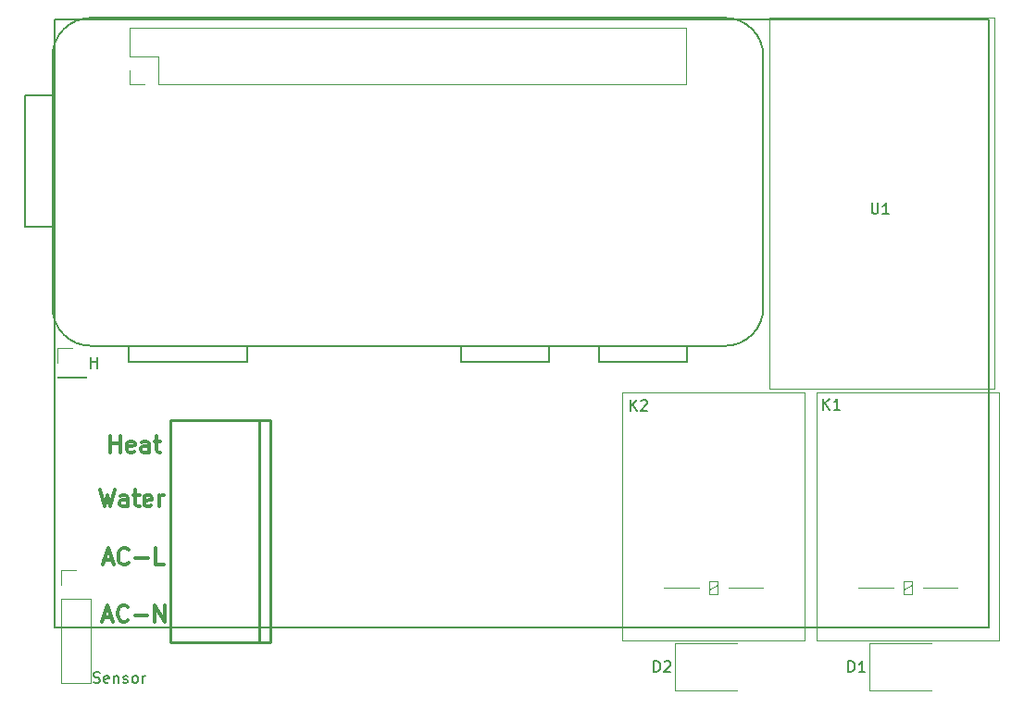
<source format=gbr>
G04 #@! TF.FileFunction,Legend,Top*
%FSLAX46Y46*%
G04 Gerber Fmt 4.6, Leading zero omitted, Abs format (unit mm)*
G04 Created by KiCad (PCBNEW 4.0.7) date Sunday 11 February 2018 15:39:25*
%MOMM*%
%LPD*%
G01*
G04 APERTURE LIST*
%ADD10C,0.100000*%
%ADD11C,0.300000*%
%ADD12C,0.150000*%
%ADD13C,0.120000*%
%ADD14C,0.254000*%
G04 APERTURE END LIST*
D10*
D11*
X170279571Y-149094000D02*
X170993857Y-149094000D01*
X170136714Y-149522571D02*
X170636714Y-148022571D01*
X171136714Y-149522571D01*
X172493857Y-149379714D02*
X172422428Y-149451143D01*
X172208142Y-149522571D01*
X172065285Y-149522571D01*
X171851000Y-149451143D01*
X171708142Y-149308286D01*
X171636714Y-149165429D01*
X171565285Y-148879714D01*
X171565285Y-148665429D01*
X171636714Y-148379714D01*
X171708142Y-148236857D01*
X171851000Y-148094000D01*
X172065285Y-148022571D01*
X172208142Y-148022571D01*
X172422428Y-148094000D01*
X172493857Y-148165429D01*
X173136714Y-148951143D02*
X174279571Y-148951143D01*
X174993857Y-149522571D02*
X174993857Y-148022571D01*
X175851000Y-149522571D01*
X175851000Y-148022571D01*
X170331143Y-143887000D02*
X171045429Y-143887000D01*
X170188286Y-144315571D02*
X170688286Y-142815571D01*
X171188286Y-144315571D01*
X172545429Y-144172714D02*
X172474000Y-144244143D01*
X172259714Y-144315571D01*
X172116857Y-144315571D01*
X171902572Y-144244143D01*
X171759714Y-144101286D01*
X171688286Y-143958429D01*
X171616857Y-143672714D01*
X171616857Y-143458429D01*
X171688286Y-143172714D01*
X171759714Y-143029857D01*
X171902572Y-142887000D01*
X172116857Y-142815571D01*
X172259714Y-142815571D01*
X172474000Y-142887000D01*
X172545429Y-142958429D01*
X173188286Y-143744143D02*
X174331143Y-143744143D01*
X175759715Y-144315571D02*
X175045429Y-144315571D01*
X175045429Y-142815571D01*
X169989858Y-137481571D02*
X170347001Y-138981571D01*
X170632715Y-137910143D01*
X170918429Y-138981571D01*
X171275572Y-137481571D01*
X172489858Y-138981571D02*
X172489858Y-138195857D01*
X172418429Y-138053000D01*
X172275572Y-137981571D01*
X171989858Y-137981571D01*
X171847001Y-138053000D01*
X172489858Y-138910143D02*
X172347001Y-138981571D01*
X171989858Y-138981571D01*
X171847001Y-138910143D01*
X171775572Y-138767286D01*
X171775572Y-138624429D01*
X171847001Y-138481571D01*
X171989858Y-138410143D01*
X172347001Y-138410143D01*
X172489858Y-138338714D01*
X172989858Y-137981571D02*
X173561287Y-137981571D01*
X173204144Y-137481571D02*
X173204144Y-138767286D01*
X173275572Y-138910143D01*
X173418430Y-138981571D01*
X173561287Y-138981571D01*
X174632715Y-138910143D02*
X174489858Y-138981571D01*
X174204144Y-138981571D01*
X174061287Y-138910143D01*
X173989858Y-138767286D01*
X173989858Y-138195857D01*
X174061287Y-138053000D01*
X174204144Y-137981571D01*
X174489858Y-137981571D01*
X174632715Y-138053000D01*
X174704144Y-138195857D01*
X174704144Y-138338714D01*
X173989858Y-138481571D01*
X175347001Y-138981571D02*
X175347001Y-137981571D01*
X175347001Y-138267286D02*
X175418429Y-138124429D01*
X175489858Y-138053000D01*
X175632715Y-137981571D01*
X175775572Y-137981571D01*
X170922429Y-134028571D02*
X170922429Y-132528571D01*
X170922429Y-133242857D02*
X171779572Y-133242857D01*
X171779572Y-134028571D02*
X171779572Y-132528571D01*
X173065286Y-133957143D02*
X172922429Y-134028571D01*
X172636715Y-134028571D01*
X172493858Y-133957143D01*
X172422429Y-133814286D01*
X172422429Y-133242857D01*
X172493858Y-133100000D01*
X172636715Y-133028571D01*
X172922429Y-133028571D01*
X173065286Y-133100000D01*
X173136715Y-133242857D01*
X173136715Y-133385714D01*
X172422429Y-133528571D01*
X174422429Y-134028571D02*
X174422429Y-133242857D01*
X174351000Y-133100000D01*
X174208143Y-133028571D01*
X173922429Y-133028571D01*
X173779572Y-133100000D01*
X174422429Y-133957143D02*
X174279572Y-134028571D01*
X173922429Y-134028571D01*
X173779572Y-133957143D01*
X173708143Y-133814286D01*
X173708143Y-133671429D01*
X173779572Y-133528571D01*
X173922429Y-133457143D01*
X174279572Y-133457143D01*
X174422429Y-133385714D01*
X174922429Y-133028571D02*
X175493858Y-133028571D01*
X175136715Y-132528571D02*
X175136715Y-133814286D01*
X175208143Y-133957143D01*
X175351001Y-134028571D01*
X175493858Y-134028571D01*
D12*
X215620000Y-125790000D02*
X223620000Y-125790000D01*
X203020000Y-125790000D02*
X211020000Y-125790000D01*
X203020000Y-125790000D02*
X203020000Y-124290000D01*
X211020000Y-125790000D02*
X211020000Y-124290000D01*
X215620000Y-125790000D02*
X215620000Y-124290000D01*
X223620000Y-125790000D02*
X223620000Y-124290000D01*
X172620000Y-125790000D02*
X183420000Y-125790000D01*
X183420000Y-125790000D02*
X183420000Y-124290000D01*
X172620000Y-125790000D02*
X172620000Y-124290000D01*
X163120000Y-113390000D02*
X165620000Y-113390000D01*
X163120000Y-101390000D02*
X165620000Y-101390000D01*
X163120000Y-101390000D02*
X163120000Y-113390000D01*
X251210000Y-150040000D02*
X251210000Y-94440000D01*
X165790000Y-150040000D02*
X251210000Y-150040000D01*
X165790000Y-94440000D02*
X165790000Y-150040000D01*
X165790000Y-94440000D02*
X251210000Y-94440000D01*
X227120000Y-94290000D02*
G75*
G02X230620000Y-97790000I0J-3500000D01*
G01*
X230620000Y-120790000D02*
G75*
G02X227120000Y-124290000I-3500000J0D01*
G01*
X165620000Y-120790000D02*
G75*
G03X169120000Y-124290000I3500000J0D01*
G01*
X169120000Y-94290000D02*
G75*
G03X165620000Y-97790000I0J-3500000D01*
G01*
X230620000Y-120790000D02*
X230620000Y-97790000D01*
X165620000Y-97790000D02*
X165620000Y-120790000D01*
X227120000Y-124290000D02*
X169120000Y-124290000D01*
X169120000Y-94290000D02*
X227120000Y-94290000D01*
D13*
X223580000Y-100390000D02*
X223580000Y-95190000D01*
X175260000Y-100390000D02*
X223580000Y-100390000D01*
X172660000Y-95190000D02*
X223580000Y-95190000D01*
X175260000Y-100390000D02*
X175260000Y-97790000D01*
X175260000Y-97790000D02*
X172660000Y-97790000D01*
X172660000Y-97790000D02*
X172660000Y-95190000D01*
X173990000Y-100390000D02*
X172660000Y-100390000D01*
X172660000Y-100390000D02*
X172660000Y-99060000D01*
X235490000Y-128540000D02*
X235490000Y-151240000D01*
X235490000Y-151240000D02*
X252190000Y-151240000D01*
X252190000Y-151240000D02*
X252190000Y-128540000D01*
X252190000Y-128540000D02*
X235490000Y-128540000D01*
X244190000Y-146190000D02*
X243490000Y-146590000D01*
X243490000Y-145790000D02*
X243490000Y-146990000D01*
X243490000Y-146990000D02*
X244190000Y-146990000D01*
X244190000Y-146990000D02*
X244190000Y-145790000D01*
X244190000Y-145790000D02*
X243490000Y-145790000D01*
X244840000Y-151500000D02*
X242840000Y-151500000D01*
X248340000Y-146390000D02*
X245190000Y-146390000D01*
X242490000Y-146390000D02*
X239340000Y-146390000D01*
X240290000Y-151520000D02*
X240290000Y-155820000D01*
X240290000Y-155820000D02*
X245990000Y-155820000D01*
X240290000Y-151520000D02*
X245990000Y-151520000D01*
X222510000Y-151520000D02*
X222510000Y-155820000D01*
X222510000Y-155820000D02*
X228210000Y-155820000D01*
X222510000Y-151520000D02*
X228210000Y-151520000D01*
X217710000Y-128540000D02*
X217710000Y-151240000D01*
X217710000Y-151240000D02*
X234410000Y-151240000D01*
X234410000Y-151240000D02*
X234410000Y-128540000D01*
X234410000Y-128540000D02*
X217710000Y-128540000D01*
X226410000Y-146190000D02*
X225710000Y-146590000D01*
X225710000Y-145790000D02*
X225710000Y-146990000D01*
X225710000Y-146990000D02*
X226410000Y-146990000D01*
X226410000Y-146990000D02*
X226410000Y-145790000D01*
X226410000Y-145790000D02*
X225710000Y-145790000D01*
X227060000Y-151500000D02*
X225060000Y-151500000D01*
X230560000Y-146390000D02*
X227410000Y-146390000D01*
X224710000Y-146390000D02*
X221560000Y-146390000D01*
X251760000Y-94220000D02*
X251760000Y-128220000D01*
X231160000Y-128220000D02*
X251760000Y-128220000D01*
X231160000Y-94220000D02*
X231160000Y-128220000D01*
X231160000Y-94220000D02*
X251760000Y-94220000D01*
X166437000Y-147447000D02*
X166437000Y-155127000D01*
X166437000Y-155127000D02*
X169097000Y-155127000D01*
X169097000Y-155127000D02*
X169097000Y-147447000D01*
X169097000Y-147447000D02*
X166437000Y-147447000D01*
X166437000Y-146177000D02*
X166437000Y-144847000D01*
X166437000Y-144847000D02*
X167767000Y-144847000D01*
X166056000Y-127187000D02*
X168716000Y-127187000D01*
X166056000Y-127127000D02*
X166056000Y-127187000D01*
X168716000Y-127127000D02*
X168716000Y-127187000D01*
X166056000Y-127127000D02*
X168716000Y-127127000D01*
X166056000Y-125857000D02*
X166056000Y-124527000D01*
X166056000Y-124527000D02*
X167386000Y-124527000D01*
D14*
X185547000Y-131064000D02*
X185547000Y-151384000D01*
X176403000Y-131064000D02*
X176403000Y-151384000D01*
X184531000Y-151384000D02*
X184531000Y-131064000D01*
X176403000Y-131064000D02*
X185547000Y-131064000D01*
X185547000Y-151384000D02*
X184531000Y-151384000D01*
X176403000Y-151384000D02*
X177165000Y-151384000D01*
X184785000Y-151384000D02*
X177165000Y-151384000D01*
D12*
X236116905Y-130119381D02*
X236116905Y-129119381D01*
X236688334Y-130119381D02*
X236259762Y-129547952D01*
X236688334Y-129119381D02*
X236116905Y-129690810D01*
X237640715Y-130119381D02*
X237069286Y-130119381D01*
X237355000Y-130119381D02*
X237355000Y-129119381D01*
X237259762Y-129262238D01*
X237164524Y-129357476D01*
X237069286Y-129405095D01*
X238402905Y-154122381D02*
X238402905Y-153122381D01*
X238641000Y-153122381D01*
X238783858Y-153170000D01*
X238879096Y-153265238D01*
X238926715Y-153360476D01*
X238974334Y-153550952D01*
X238974334Y-153693810D01*
X238926715Y-153884286D01*
X238879096Y-153979524D01*
X238783858Y-154074762D01*
X238641000Y-154122381D01*
X238402905Y-154122381D01*
X239926715Y-154122381D02*
X239355286Y-154122381D01*
X239641000Y-154122381D02*
X239641000Y-153122381D01*
X239545762Y-153265238D01*
X239450524Y-153360476D01*
X239355286Y-153408095D01*
X220622905Y-154122381D02*
X220622905Y-153122381D01*
X220861000Y-153122381D01*
X221003858Y-153170000D01*
X221099096Y-153265238D01*
X221146715Y-153360476D01*
X221194334Y-153550952D01*
X221194334Y-153693810D01*
X221146715Y-153884286D01*
X221099096Y-153979524D01*
X221003858Y-154074762D01*
X220861000Y-154122381D01*
X220622905Y-154122381D01*
X221575286Y-153217619D02*
X221622905Y-153170000D01*
X221718143Y-153122381D01*
X221956239Y-153122381D01*
X222051477Y-153170000D01*
X222099096Y-153217619D01*
X222146715Y-153312857D01*
X222146715Y-153408095D01*
X222099096Y-153550952D01*
X221527667Y-154122381D01*
X222146715Y-154122381D01*
X218463905Y-130246381D02*
X218463905Y-129246381D01*
X219035334Y-130246381D02*
X218606762Y-129674952D01*
X219035334Y-129246381D02*
X218463905Y-129817810D01*
X219416286Y-129341619D02*
X219463905Y-129294000D01*
X219559143Y-129246381D01*
X219797239Y-129246381D01*
X219892477Y-129294000D01*
X219940096Y-129341619D01*
X219987715Y-129436857D01*
X219987715Y-129532095D01*
X219940096Y-129674952D01*
X219368667Y-130246381D01*
X219987715Y-130246381D01*
X240538095Y-111212381D02*
X240538095Y-112021905D01*
X240585714Y-112117143D01*
X240633333Y-112164762D01*
X240728571Y-112212381D01*
X240919048Y-112212381D01*
X241014286Y-112164762D01*
X241061905Y-112117143D01*
X241109524Y-112021905D01*
X241109524Y-111212381D01*
X242109524Y-112212381D02*
X241538095Y-112212381D01*
X241823809Y-112212381D02*
X241823809Y-111212381D01*
X241728571Y-111355238D01*
X241633333Y-111450476D01*
X241538095Y-111498095D01*
X169370666Y-155090762D02*
X169513523Y-155138381D01*
X169751619Y-155138381D01*
X169846857Y-155090762D01*
X169894476Y-155043143D01*
X169942095Y-154947905D01*
X169942095Y-154852667D01*
X169894476Y-154757429D01*
X169846857Y-154709810D01*
X169751619Y-154662190D01*
X169561142Y-154614571D01*
X169465904Y-154566952D01*
X169418285Y-154519333D01*
X169370666Y-154424095D01*
X169370666Y-154328857D01*
X169418285Y-154233619D01*
X169465904Y-154186000D01*
X169561142Y-154138381D01*
X169799238Y-154138381D01*
X169942095Y-154186000D01*
X170751619Y-155090762D02*
X170656381Y-155138381D01*
X170465904Y-155138381D01*
X170370666Y-155090762D01*
X170323047Y-154995524D01*
X170323047Y-154614571D01*
X170370666Y-154519333D01*
X170465904Y-154471714D01*
X170656381Y-154471714D01*
X170751619Y-154519333D01*
X170799238Y-154614571D01*
X170799238Y-154709810D01*
X170323047Y-154805048D01*
X171227809Y-154471714D02*
X171227809Y-155138381D01*
X171227809Y-154566952D02*
X171275428Y-154519333D01*
X171370666Y-154471714D01*
X171513524Y-154471714D01*
X171608762Y-154519333D01*
X171656381Y-154614571D01*
X171656381Y-155138381D01*
X172084952Y-155090762D02*
X172180190Y-155138381D01*
X172370666Y-155138381D01*
X172465905Y-155090762D01*
X172513524Y-154995524D01*
X172513524Y-154947905D01*
X172465905Y-154852667D01*
X172370666Y-154805048D01*
X172227809Y-154805048D01*
X172132571Y-154757429D01*
X172084952Y-154662190D01*
X172084952Y-154614571D01*
X172132571Y-154519333D01*
X172227809Y-154471714D01*
X172370666Y-154471714D01*
X172465905Y-154519333D01*
X173084952Y-155138381D02*
X172989714Y-155090762D01*
X172942095Y-155043143D01*
X172894476Y-154947905D01*
X172894476Y-154662190D01*
X172942095Y-154566952D01*
X172989714Y-154519333D01*
X173084952Y-154471714D01*
X173227810Y-154471714D01*
X173323048Y-154519333D01*
X173370667Y-154566952D01*
X173418286Y-154662190D01*
X173418286Y-154947905D01*
X173370667Y-155043143D01*
X173323048Y-155090762D01*
X173227810Y-155138381D01*
X173084952Y-155138381D01*
X173846857Y-155138381D02*
X173846857Y-154471714D01*
X173846857Y-154662190D02*
X173894476Y-154566952D01*
X173942095Y-154519333D01*
X174037333Y-154471714D01*
X174132572Y-154471714D01*
X169132286Y-126309381D02*
X169132286Y-125309381D01*
X169132286Y-125785571D02*
X169703715Y-125785571D01*
X169703715Y-126309381D02*
X169703715Y-125309381D01*
M02*

</source>
